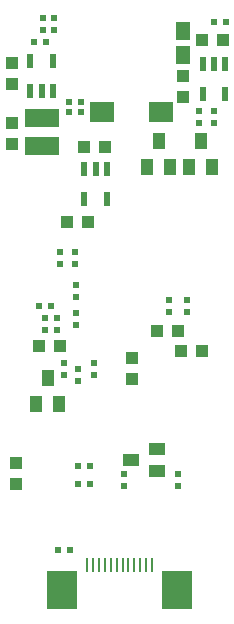
<source format=gbr>
G04 #@! TF.GenerationSoftware,KiCad,Pcbnew,5.1.0-rc2-unknown-036be7d~80~ubuntu16.04.1*
G04 #@! TF.CreationDate,2022-06-21T13:21:02+03:00*
G04 #@! TF.ProjectId,RT1010Py_Rev.C,52543130-3130-4507-995f-5265762e432e,C*
G04 #@! TF.SameCoordinates,Original*
G04 #@! TF.FileFunction,Paste,Bot*
G04 #@! TF.FilePolarity,Positive*
%FSLAX46Y46*%
G04 Gerber Fmt 4.6, Leading zero omitted, Abs format (unit mm)*
G04 Created by KiCad (PCBNEW 5.1.0-rc2-unknown-036be7d~80~ubuntu16.04.1) date 2022-06-21 13:21:02*
%MOMM*%
%LPD*%
G04 APERTURE LIST*
%ADD10R,1.400000X1.000000*%
%ADD11R,0.550000X0.500000*%
%ADD12R,2.000000X1.700000*%
%ADD13R,1.016000X1.016000*%
%ADD14R,0.550000X1.200000*%
%ADD15R,0.230000X1.280000*%
%ADD16R,2.500000X3.200000*%
%ADD17R,0.500000X0.550000*%
%ADD18R,1.000000X1.400000*%
%ADD19R,1.270000X1.524000*%
%ADD20R,3.000000X1.600000*%
G04 APERTURE END LIST*
D10*
X154269440Y-98872040D03*
X154269440Y-100774500D03*
X152059640Y-99819460D03*
D11*
X147320000Y-83185000D03*
X147320000Y-82169000D03*
D12*
X149646000Y-70358000D03*
X154646000Y-70358000D03*
D13*
X146685000Y-79629000D03*
X148463000Y-79629000D03*
X149860000Y-73279000D03*
X148082000Y-73279000D03*
X158115000Y-90551000D03*
X156337000Y-90551000D03*
X142367000Y-100076000D03*
X142367000Y-101854000D03*
X141986000Y-71247000D03*
X141986000Y-73025000D03*
X144272000Y-90170000D03*
X146050000Y-90170000D03*
X141986000Y-67945000D03*
X141986000Y-66167000D03*
X156464000Y-67310000D03*
X156464000Y-69088000D03*
X152146000Y-92964000D03*
X152146000Y-91186000D03*
X156083000Y-88900000D03*
X154305000Y-88900000D03*
X159893000Y-64262000D03*
X158115000Y-64262000D03*
D14*
X148148000Y-75154000D03*
X149098000Y-75154000D03*
X150048000Y-75154000D03*
X148148000Y-77754000D03*
X150048000Y-77754000D03*
X145476000Y-68610000D03*
X144526000Y-68610000D03*
X143576000Y-68610000D03*
X145476000Y-66010000D03*
X143576000Y-66010000D03*
X158181000Y-66264000D03*
X159131000Y-66264000D03*
X160081000Y-66264000D03*
X158181000Y-68864000D03*
X160081000Y-68864000D03*
D15*
X153880000Y-108740000D03*
X153380000Y-108740000D03*
X152880000Y-108740000D03*
X152380000Y-108740000D03*
X151880000Y-108740000D03*
X151380000Y-108740000D03*
D16*
X156030000Y-110840000D03*
X146230000Y-110840000D03*
D15*
X150880000Y-108740000D03*
X150380000Y-108740000D03*
X149880000Y-108740000D03*
X149380000Y-108740000D03*
X148880000Y-108740000D03*
X148380000Y-108740000D03*
D17*
X145923000Y-107442000D03*
X146939000Y-107442000D03*
X144272000Y-86741000D03*
X145288000Y-86741000D03*
D11*
X144653000Y-63373000D03*
X144653000Y-62357000D03*
D17*
X144780000Y-88773000D03*
X145796000Y-88773000D03*
D11*
X147447000Y-84963000D03*
X147447000Y-85979000D03*
D17*
X147828000Y-69469000D03*
X146812000Y-69469000D03*
X144780000Y-87757000D03*
X145796000Y-87757000D03*
D11*
X148971000Y-92583000D03*
X148971000Y-91567000D03*
X155321000Y-87249000D03*
X155321000Y-86233000D03*
X156845000Y-87249000D03*
X156845000Y-86233000D03*
X146050000Y-82169000D03*
X146050000Y-83185000D03*
X146431000Y-91567000D03*
X146431000Y-92583000D03*
X151511000Y-100965000D03*
X151511000Y-101981000D03*
D17*
X147574000Y-100330000D03*
X148590000Y-100330000D03*
X147574000Y-101854000D03*
X148590000Y-101854000D03*
D11*
X145542000Y-62357000D03*
X145542000Y-63373000D03*
D17*
X144907000Y-64389000D03*
X143891000Y-64389000D03*
D11*
X147447000Y-88392000D03*
X147447000Y-87376000D03*
D17*
X146812000Y-70358000D03*
X147828000Y-70358000D03*
D11*
X156083000Y-100965000D03*
X156083000Y-101981000D03*
X159131000Y-70231000D03*
X159131000Y-71247000D03*
D17*
X159131000Y-62738000D03*
X160147000Y-62738000D03*
D11*
X157861000Y-71247000D03*
X157861000Y-70231000D03*
X147574000Y-93091000D03*
X147574000Y-92075000D03*
D18*
X155381960Y-75021440D03*
X153479500Y-75021440D03*
X154434540Y-72811640D03*
X158937960Y-75021440D03*
X157035500Y-75021440D03*
X157990540Y-72811640D03*
D19*
X156464000Y-65532000D03*
X156464000Y-63500000D03*
D18*
X145984000Y-95037000D03*
X144084000Y-95037000D03*
X145034000Y-92837000D03*
D20*
X144526000Y-73266000D03*
X144526000Y-70866000D03*
M02*

</source>
